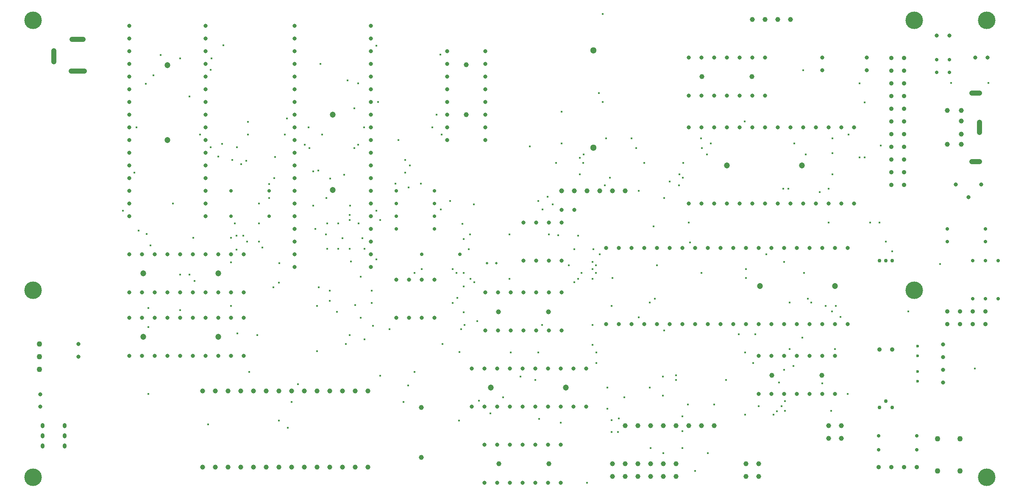
<source format=gbr>
%TF.GenerationSoftware,Novarm,DipTrace,4.3.0.5*%
%TF.CreationDate,2023-07-23T01:51:24+01:00*%
%FSLAX26Y26*%
%MOIN*%
%TF.FileFunction,Plated,1,2,PTH,Drill*%
%TF.Part,Single*%
%TA.AperFunction,ComponentDrill*%
%ADD13C,0.03937*%
%ADD14C,0.019685*%
%ADD27C,0.051181*%
%ADD33C,0.047244*%
%ADD53C,0.031496*%
%TA.AperFunction,ViaDrill*%
%ADD54C,0.015748*%
%TA.AperFunction,ComponentDrill*%
%ADD55C,0.027559*%
%ADD56C,0.043307*%
%ADD57C,0.029528*%
%ADD58C,0.137795*%
%ADD59C,0.035433*%
%ADD60C,0.023622*%
%ADD61C,0.03*%
G75*
G01*
D55*
X7932677Y2250000D3*
Y1950000D3*
D53*
X5699803Y3550394D3*
X5799803D3*
X5899803D3*
X5999803D3*
X6099803D3*
X6199803D3*
X6299803D3*
Y3850394D3*
X6199803D3*
X6099803D3*
X5999803D3*
X5899803D3*
X5799803D3*
X5699803D3*
X1900000Y2600000D3*
Y2700000D3*
Y2800000D3*
Y2900000D3*
Y3000000D3*
Y3100000D3*
Y3200000D3*
Y3300000D3*
Y3400000D3*
Y3500000D3*
Y3600000D3*
Y3700000D3*
Y3800000D3*
Y3900000D3*
Y4000000D3*
Y4100000D3*
X1300000D3*
Y4000000D3*
Y3900000D3*
Y3800000D3*
Y3700000D3*
Y3600000D3*
Y3500000D3*
Y3400000D3*
Y3300000D3*
Y3200000D3*
Y3100000D3*
Y3000000D3*
Y2900000D3*
Y2800000D3*
Y2700000D3*
Y2600000D3*
D55*
X3400000D3*
X3700000D3*
D53*
X5050000Y1750000D3*
X5150000D3*
X5250000D3*
X5350000D3*
X5450000D3*
X5550000D3*
X5650000D3*
X5750000D3*
X5850000D3*
X5950000D3*
X6050000D3*
X6150000D3*
X6250000D3*
X6350000D3*
X6450000D3*
X6550000D3*
X6650000D3*
X6750000D3*
X6850000D3*
X6950000D3*
Y2350000D3*
X6850000D3*
X6750000D3*
X6650000D3*
X6550000D3*
X6450000D3*
X6350000D3*
X6250000D3*
X6150000D3*
X6050000D3*
X5950000D3*
X5850000D3*
X5750000D3*
X5650000D3*
X5550000D3*
X5450000D3*
X5350000D3*
X5250000D3*
X5150000D3*
X5050000D3*
D56*
X7655118Y593701D3*
Y849606D3*
X7832283Y593701D3*
Y849606D3*
D13*
X6900000Y850000D3*
X6800000D3*
X6900000Y950000D3*
X6800000D3*
D33*
X2000000Y2150000D3*
X1409449D3*
D57*
X7200000Y1093701D3*
X7250000Y1143701D3*
X7300000Y1093701D3*
D13*
X3950000Y3400000D3*
Y3793701D3*
X5100000Y550000D3*
Y650000D3*
X5200000Y550000D3*
Y650000D3*
X5300000Y550000D3*
Y650000D3*
X5400000Y550000D3*
Y650000D3*
X5500000Y550000D3*
Y650000D3*
X5600000Y550000D3*
Y650000D3*
X4700000Y2800000D3*
X4800000D3*
X4900000D3*
X5000000D3*
X5100000D3*
X5200000D3*
D58*
X543701Y4143701D3*
Y2017717D3*
X7472835Y4143701D3*
Y2017717D3*
D59*
X7394094Y3848425D3*
X7294094D3*
X7394094Y3748425D3*
X7294094D3*
X7394094Y3648425D3*
X7294094D3*
X7394094Y3548425D3*
X7294094D3*
X7394094Y3448425D3*
X7294094D3*
X7394094Y3348425D3*
X7294094D3*
X7394094Y3248425D3*
X7294094D3*
X7394094Y3148425D3*
X7294094D3*
X7394094Y3048425D3*
X7294094D3*
X7394094Y2948425D3*
X7294094D3*
X7394094Y2848425D3*
X7294094D3*
D13*
X5200000Y950000D3*
X5300000D3*
X5400000D3*
X5500000D3*
X5600000D3*
X5700000D3*
X5800000D3*
X5900000D3*
D59*
X8032677Y1850000D3*
X7932677D3*
X7832677D3*
X7732677D3*
Y1750000D3*
X7832677D3*
X7932677D3*
X8032677D3*
D53*
X4700000Y2650000D3*
X4798425D3*
X2600000Y4100000D3*
Y4000000D3*
Y3900000D3*
Y3800000D3*
Y3700000D3*
Y3600000D3*
Y3500000D3*
Y3400000D3*
Y3300000D3*
Y3200000D3*
Y3100000D3*
Y3000000D3*
Y2900000D3*
Y2800000D3*
Y2700000D3*
Y2600000D3*
Y2500000D3*
Y2400000D3*
Y2300000D3*
Y2200000D3*
X3200000D3*
Y2300000D3*
Y2400000D3*
Y2500000D3*
Y2600000D3*
Y2700000D3*
Y2800000D3*
Y2900000D3*
Y3000000D3*
Y3100000D3*
Y3200000D3*
Y3300000D3*
Y3400000D3*
Y3500000D3*
Y3600000D3*
Y3700000D3*
Y3800000D3*
Y3900000D3*
Y4000000D3*
Y4100000D3*
D55*
X2100000Y2800000D3*
X2400000D3*
D60*
X7500000Y1500000D3*
Y1578740D3*
D55*
X8032677Y2400000D3*
X7732677D3*
D53*
X1300000Y1500000D3*
X1400000D3*
X1500000D3*
X1600000D3*
X1700000D3*
X1800000D3*
X1900000D3*
X2000000D3*
X2100000D3*
X2200000D3*
Y1800000D3*
X2100000D3*
X2000000D3*
X1900000D3*
X1800000D3*
X1700000D3*
X1600000D3*
X1500000D3*
X1400000D3*
X1300000D3*
D55*
X8032677Y1950000D3*
Y2250000D3*
D33*
X1600000Y3200000D3*
Y3790551D3*
X4143701Y1250000D3*
X4734252D3*
D53*
X4100000Y1700000D3*
X4200000D3*
X4300000D3*
X4400000D3*
X4500000D3*
X4600000D3*
X4700000D3*
Y2000000D3*
X4600000D3*
X4500000D3*
X4400000D3*
X4300000D3*
X4200000D3*
X4100000D3*
D55*
X7193701Y871654D3*
X7493701D3*
X7650000Y3834252D3*
Y3734252D3*
D53*
X7100000Y3751575D3*
Y3850000D3*
D13*
X1875492Y625984D3*
X1975492D3*
X2075492D3*
X2175492D3*
X2275492D3*
X2375492D3*
X2475492D3*
X2575492D3*
X2675492D3*
X2775492D3*
X2875492D3*
X2975492D3*
X3075492D3*
X3175492D3*
Y1225984D3*
X3075492D3*
X2975492D3*
X2875492D3*
X2775492D3*
X2675492D3*
X2575492D3*
X2475492D3*
X2375492D3*
X2275492D3*
X2175492D3*
X2075492D3*
X1975492D3*
X1875492D3*
D53*
X4093701Y500000D3*
X4193701D3*
X4293701D3*
X4393701D3*
X4493701D3*
X4593701D3*
X4693701D3*
Y800000D3*
X4593701D3*
X4493701D3*
X4393701D3*
X4293701D3*
X4193701D3*
X4093701D3*
X6250000Y1200000D3*
X6350000D3*
X6450000D3*
X6550000D3*
X6650000D3*
X6750000D3*
X6850000D3*
Y1500000D3*
X6750000D3*
X6650000D3*
X6550000D3*
X6450000D3*
X6350000D3*
X6250000D3*
D13*
X7843701Y3351575D3*
Y3249213D3*
Y3434252D3*
Y3166535D3*
X7733465Y3434252D3*
Y3166535D3*
X7985433Y3030709D2*
X7926378D1*
X7987402Y3339764D2*
Y3261024D1*
X7985433Y3570079D2*
X7926378D1*
D53*
X600000Y1100000D3*
Y1198425D3*
X6750000Y3751575D3*
Y3850000D3*
D55*
X7750000Y3834252D3*
Y3734252D3*
X3400000Y2800000D3*
X3700000D3*
D58*
X543701Y543701D3*
D33*
X6000000Y3000000D3*
X6590551D3*
D13*
X6200000Y4150000D3*
X6300000D3*
X6400000D3*
X6500000D3*
D60*
X7500000Y1300000D3*
Y1378740D3*
D13*
X4203346Y1849606D3*
X4597047D3*
X6196850Y3700000D3*
X5803150D3*
X6747047Y1349606D3*
X6353346D3*
X842520Y3745669D2*
X944882D1*
X850394Y3993701D2*
X937008D1*
X704724Y3903150D2*
Y3816535D1*
D56*
X593701Y1593701D3*
Y1493701D3*
Y1393701D3*
D53*
X7951575Y3850000D3*
X8050000D3*
X7700984Y1292126D3*
Y1390551D3*
D59*
X7300000Y1550000D3*
X7200000D3*
D57*
X7300000Y2250000D3*
X7250000D3*
X7200000D3*
D55*
X7493701Y760236D3*
X7193701D3*
D53*
X1300000Y2000000D3*
X1400000D3*
X1500000D3*
X1600000D3*
X1700000D3*
X1800000D3*
X1900000D3*
X2000000D3*
X2100000D3*
X2200000D3*
Y2300000D3*
X2100000D3*
X2000000D3*
X1900000D3*
X1800000D3*
X1700000D3*
X1600000D3*
X1500000D3*
X1400000D3*
X1300000D3*
X7749213Y4025000D3*
X7650787D3*
D55*
X3900394Y2300000D3*
X3600394D3*
X3700394Y2500000D3*
X3400394D3*
D33*
X2000000Y1650000D3*
X1409449D3*
D55*
X8032677Y2500000D3*
X7732677D3*
D53*
X4400000Y2250000D3*
X4500000D3*
X4600000D3*
X4700000D3*
Y2550000D3*
X4600000D3*
X4500000D3*
X4400000D3*
X900000Y1593701D3*
Y1495276D3*
X617323Y956457D2*
D61*
Y947087D1*
Y877717D2*
Y868346D1*
Y798976D2*
Y789606D1*
X790551Y956457D2*
Y947087D1*
Y877717D2*
Y868346D1*
Y798976D2*
Y789606D1*
D53*
X3993701Y1100000D3*
X4093701D3*
X4193701D3*
X4293701D3*
X4393701D3*
X4493701D3*
X4593701D3*
X4693701D3*
X4793701D3*
X4893701D3*
Y1400000D3*
X4793701D3*
X4693701D3*
X4593701D3*
X4493701D3*
X4393701D3*
X4293701D3*
X4193701D3*
X4093701D3*
X3993701D3*
D13*
X3594685Y700984D3*
Y1094685D3*
D53*
X3800000Y3900000D3*
Y3800000D3*
Y3700000D3*
Y3600000D3*
Y3500000D3*
Y3400000D3*
Y3300000D3*
Y3200000D3*
X4100000D3*
Y3300000D3*
Y3400000D3*
Y3500000D3*
Y3600000D3*
Y3700000D3*
Y3800000D3*
Y3900000D3*
D59*
X7393701Y624606D3*
X7493701D3*
D58*
X8043701Y543701D3*
D59*
X7193701Y624606D3*
X7293701D3*
D53*
X8000000Y2850000D3*
X7900000Y2750000D3*
X7800000Y2850000D3*
D55*
X8132677Y2250000D3*
Y1950000D3*
D14*
X4187008Y2232283D3*
X4112205D3*
D53*
X7000000Y3300000D3*
X6900000D3*
X6800000D3*
X6700000D3*
X6600000D3*
X6500000D3*
X6400000D3*
X6300000D3*
X6200000D3*
X6100000D3*
X6000000D3*
X5900000D3*
X5800000D3*
X5700000D3*
Y2700000D3*
X5800000D3*
X5900000D3*
X6000000D3*
X6100000D3*
X6200000D3*
X6300000D3*
X6400000D3*
X6500000D3*
X6600000D3*
X6700000D3*
X6800000D3*
X6900000D3*
X7000000D3*
D58*
X8043701Y4143701D3*
D53*
X3400394Y1800394D3*
X3500394D3*
X3600394D3*
X3700394D3*
Y2100394D3*
X3600394D3*
X3500394D3*
X3400394D3*
D13*
X6150000Y650000D3*
X6250000D3*
X6150000Y550000D3*
X6250000D3*
D33*
X6850000Y2050000D3*
X6259449D3*
D13*
X4600000Y650000D3*
X4206299D3*
D55*
X3700000Y2700000D3*
X3400000D3*
X2100000Y2600000D3*
X2400000D3*
D33*
X2900000Y3400000D3*
Y2809449D3*
D53*
X7700984Y1492126D3*
Y1590551D3*
D27*
X4950000Y3141808D3*
Y3909525D3*
D54*
X6825000Y1850000D3*
X4900000Y500000D3*
X4700000Y3425000D3*
X7425000Y1850000D3*
X6950000Y1200000D3*
X7675000Y2225000D3*
X4700000Y3175000D3*
X1450000Y1200000D3*
X5700000Y2550000D3*
X6600000Y3750000D3*
X6800000Y2550000D3*
X7125000D3*
X7200000D3*
X7950000Y1400000D3*
X7250000Y2400000D3*
X7300000Y2325000D3*
X5250000Y3213662D3*
X5050394D3*
X3756693Y3244296D3*
X5795472Y3213662D3*
X2816634Y3244296D3*
X3098244Y3165945D3*
Y3649410D3*
X2231693Y3344292D3*
X2679728Y3165945D3*
X2108268Y3044292D3*
X1355118Y3300000D3*
X2479732Y2231497D3*
X2305807Y1664091D3*
X3034350D3*
X3043307Y2243308D3*
X3272838Y1345867D3*
X3104035Y2544292D3*
X2943307D3*
X2856693D3*
X2318307D3*
X2128543D3*
X1248819Y2643308D3*
X3542523Y1374878D3*
X4048823Y1146851D3*
X2943307Y2344292D3*
X2856693D3*
X2346850Y2355709D3*
X2244291Y1374878D3*
X2197441Y2447642D3*
X2038976Y3949410D3*
X1429921Y3644292D3*
X3069701Y3136812D3*
Y3452166D3*
X4656693Y3020674D3*
X4871149D3*
X5656693D3*
X5350000D3*
X2716634Y3136812D3*
X2575492Y1137993D3*
X3456106D3*
X5450000Y2213784D3*
X4971149D3*
X4755118D3*
X3980122Y2457678D3*
X3468894Y3044292D3*
X2029409Y3172835D3*
X2220685Y3039481D3*
X3497441Y2828544D3*
X3918110Y2540355D3*
X5550000Y2874804D3*
X2785401Y2962008D3*
X2788090Y2039768D3*
X2434350D3*
X2440354Y2900000D3*
X2000866Y3072835D3*
X1938976Y3144882D3*
X2318307Y2700000D3*
X2745177Y2683662D3*
X2545177Y934449D3*
X2147638Y3144292D3*
X2762894Y2501071D3*
X2181315Y3010237D3*
X2447248Y3068024D3*
X2745177Y2955709D3*
X2626583Y1277953D3*
X3242594Y3944296D3*
X2845177Y2457087D3*
X3017126Y3671453D3*
X2225984Y2400000D3*
X1436811Y2460634D3*
X2318307Y2400000D3*
X4993307Y3572839D3*
X5871457Y3175989D3*
X6528543D3*
X6829630Y2932091D3*
Y3099607D3*
Y3213780D3*
X1644291Y2699997D3*
X1812205Y2090556D3*
X5194291Y1176182D3*
X4693697Y973819D3*
X4137996Y1048626D3*
X5305118Y1805119D3*
Y2800000D3*
X1489173Y3712796D3*
X1938976Y3755119D3*
X2539768Y3372835D3*
X3716342Y3399997D3*
X5286921Y3136619D3*
X5803547D3*
X1700000Y3844292D3*
X1947244D3*
X2708272Y3300000D3*
X3144882D3*
X3681890Y3299997D3*
X4008665Y2694292D3*
X4628153D3*
X4843307Y2931890D3*
X5626799D3*
X1772835Y2140752D3*
X1700000D3*
X1918799Y962993D3*
X7208464Y3156693D3*
X6728543Y2790556D3*
X3415752Y3199997D3*
X5422835Y2519882D3*
X2231693Y3244292D3*
X2522051D3*
X1855709D3*
X3148327Y1632284D3*
X6619094Y3088583D3*
X6956693Y3244882D3*
X1801378Y2432020D3*
X2100000D3*
X3506693Y3001382D3*
X3822945Y2722835D3*
X4515138D3*
X4871850Y3088583D3*
X5844291D3*
X3148327Y2343308D3*
X3032579D3*
Y2572835D3*
X3034846Y2683662D3*
X2149409Y1678544D3*
X3075492Y1901772D3*
X3468897Y2945130D3*
X3751181Y2654926D3*
X4549409D3*
X4943307Y2184056D3*
X6150000D3*
X1546260Y3872835D3*
X3132579Y2428544D3*
X2975492D3*
X6801086Y2819099D3*
X6483661D3*
X6444291D3*
X3393925Y2857087D3*
X3593307D3*
X4588079Y2753745D3*
X4843307Y3060040D3*
X1700000Y1860241D3*
X2932579Y1849414D3*
X3204925Y1916989D3*
X3843311D3*
X4012464Y2079733D3*
X4801008D3*
X4999693Y2302280D3*
X6311023D3*
X1772835Y3544292D3*
X3244295Y2261024D3*
Y2644292D3*
X2875492Y2013441D3*
X3204925D3*
X2875492Y1935044D3*
X1372835Y2489178D3*
X2144291Y2447642D3*
Y2338977D3*
X2100000Y2238583D3*
X3032579Y2612205D3*
X3272838Y2572835D3*
X2775492Y1537260D3*
X4950197Y2340355D3*
X4801008D3*
X3969295D3*
X3762401Y1594347D3*
X2100000Y1895678D3*
X2775492D3*
X3004035Y1594347D3*
X3119783Y1800394D3*
Y2125000D3*
X3984622Y2109371D3*
X3844008Y2184056D3*
X3600394D3*
X4600000Y2457678D3*
X4289964D3*
X6222835Y1671851D3*
X4943307Y2109371D3*
X4828850D3*
X4289964D3*
X6094291Y1671851D3*
X3928937Y2422245D3*
X4672835Y2450796D3*
X4943307Y2242327D3*
X6450000D3*
X5021850Y4196260D3*
Y3500000D3*
X3897047Y1531827D3*
X3936980Y1744296D3*
X5505118Y1700394D3*
Y2743308D3*
X5622835Y2846260D3*
X5040370D3*
X4829551Y2446552D3*
X2988583Y2926575D3*
X2400000Y2855119D3*
X2849890Y2744292D3*
X2400000D3*
X5850000Y735630D3*
X5500000D3*
X5094291Y993308D3*
Y902363D3*
X5711023Y2394292D3*
X5150000Y1007087D3*
X5142909Y902363D3*
X5650000Y1024804D3*
Y909630D3*
Y775000D3*
X5400000D3*
X5750000Y596260D3*
X7762012Y3650788D3*
X8056693D3*
X6428063Y1105516D3*
X6250000D3*
X4300004Y1526969D3*
X4515748D3*
X4971850D3*
X6143468D3*
Y1037607D3*
X6366453D3*
X3928937Y1844686D3*
Y2049414D3*
X3879897Y1956359D3*
X4037008Y1774808D3*
X5093307Y1893308D3*
X6774803D3*
X4943307Y1746264D3*
X6594295Y1643308D3*
X4544882Y1746264D3*
X4943307Y1587993D3*
X6410039Y1290556D3*
X6449413Y1392914D3*
X6750000Y1285630D3*
X6206693Y1444296D3*
X4971850D3*
X3744882Y3874410D3*
X5394291Y1921851D3*
X6494291D3*
X6850000Y1556107D3*
X6494295D3*
X6857480Y1893308D3*
X3493252Y1267126D3*
X5058157Y1250985D3*
X5394295D3*
X5058157Y1085827D3*
X4449413Y3150595D3*
X3255122Y3500000D3*
X5433661Y1950394D3*
X6635236D3*
X6150000Y2116146D3*
X5100000D3*
X5078937Y2903347D3*
X5654642D3*
X2878697Y2898032D3*
X2803390Y3800000D3*
X6605712Y2155512D3*
X5800000D3*
X4971149D3*
X4856693D3*
X3928937D3*
X3871850D3*
X3543701D3*
X6455905Y1144882D3*
X2475492Y2079134D3*
X1465354Y2372839D3*
X6894295Y1806693D3*
X6663779Y1921851D3*
X7044291Y3064174D3*
Y3648426D3*
X2475492Y991536D3*
X3891338D3*
X5495079Y1338583D3*
X4377366D3*
X5495079Y1189174D3*
X4237996Y1175394D3*
X3908437Y1710040D3*
X6821181Y1068308D3*
X6455905D3*
X5900000Y1116339D3*
X3347642Y1710040D3*
X6138976Y3349414D3*
X5694291Y1116339D3*
X6522838Y1421457D3*
X6394295Y1066150D3*
X7083661Y3064174D3*
Y3497835D3*
X4522248Y1004134D3*
X3216634Y1738583D3*
X1449409Y1727756D3*
Y1877957D3*
X1338976Y2944292D3*
X4493705Y1310040D3*
X5600000Y1349410D3*
X5994291Y1310040D3*
X5600000D3*
M02*

</source>
